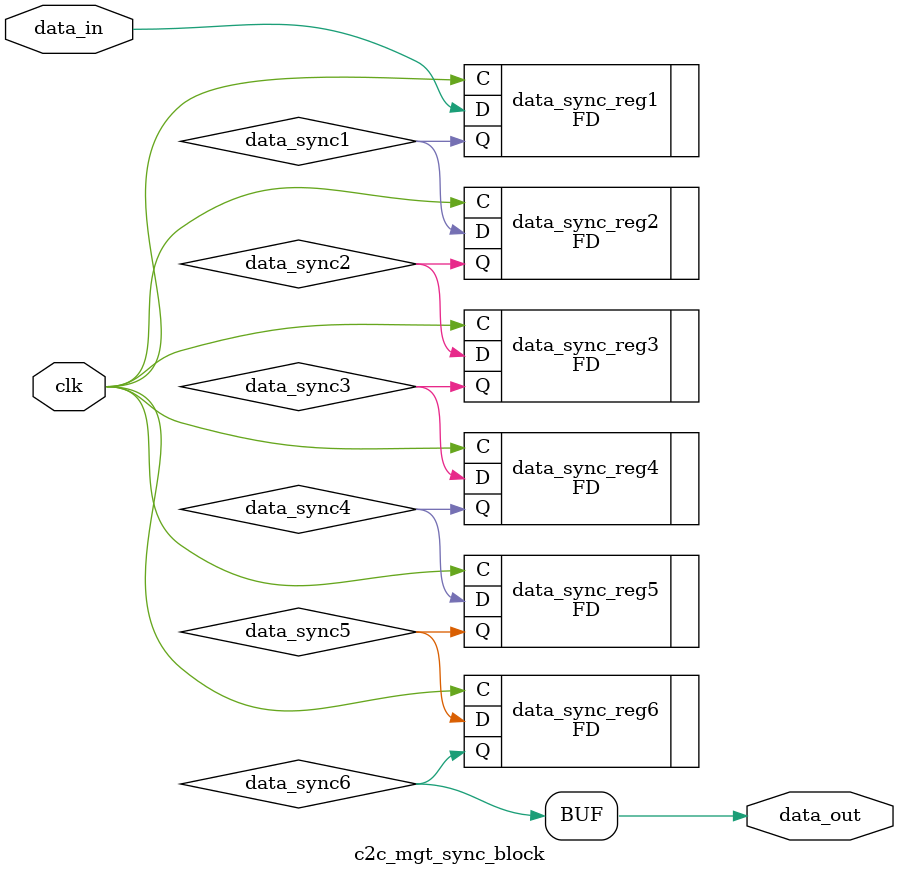
<source format=v>




`timescale 1ps / 1ps

//(* dont_touch = "yes" *)
module c2c_mgt_sync_block #(
  parameter INITIALISE = 6'b000000
)
(
  input        clk,              // clock to be sync'ed to
  input        data_in,          // Data to be 'synced'
  output       data_out          // synced data
);

  // Internal Signals
  wire data_sync1;
  wire data_sync2;
  wire data_sync3;
  wire data_sync4;
  wire data_sync5;
  wire data_sync6;


  (* shreg_extract = "no", ASYNC_REG = "TRUE" *)
  FD #(
    .INIT (INITIALISE[0])
  ) data_sync_reg1 (
    .C  (clk),
    .D  (data_in),
    .Q  (data_sync1)
  );


  (* shreg_extract = "no", ASYNC_REG = "TRUE" *)
  FD #(
   .INIT (INITIALISE[1])
  ) data_sync_reg2 (
  .C  (clk),
  .D  (data_sync1),
  .Q  (data_sync2)
  );


  (* shreg_extract = "no", ASYNC_REG = "TRUE" *)
  FD #(
   .INIT (INITIALISE[2])
  ) data_sync_reg3 (
  .C  (clk),
  .D  (data_sync2),
  .Q  (data_sync3)
  );

  (* shreg_extract = "no", ASYNC_REG = "TRUE" *)
  FD #(
   .INIT (INITIALISE[3])
  ) data_sync_reg4 (
  .C  (clk),
  .D  (data_sync3),
  .Q  (data_sync4)
  );

  (* shreg_extract = "no", ASYNC_REG = "TRUE" *)
  FD #(
   .INIT (INITIALISE[4])
  ) data_sync_reg5 (
  .C  (clk),
  .D  (data_sync4),
  .Q  (data_sync5)
  );

  (* shreg_extract = "no", ASYNC_REG = "TRUE" *)
  FD #(
   .INIT (INITIALISE[5])
  ) data_sync_reg6 (
  .C  (clk),
  .D  (data_sync5),
  .Q  (data_sync6)
  );
  assign data_out = data_sync6;



endmodule

</source>
